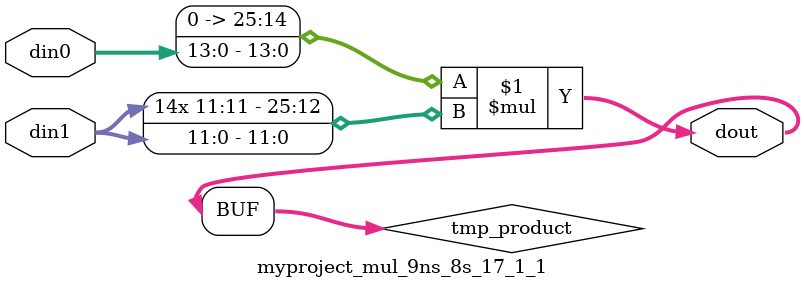
<source format=v>

`timescale 1 ns / 1 ps

 module myproject_mul_9ns_8s_17_1_1(din0, din1, dout);
parameter ID = 1;
parameter NUM_STAGE = 0;
parameter din0_WIDTH = 14;
parameter din1_WIDTH = 12;
parameter dout_WIDTH = 26;

input [din0_WIDTH - 1 : 0] din0; 
input [din1_WIDTH - 1 : 0] din1; 
output [dout_WIDTH - 1 : 0] dout;

wire signed [dout_WIDTH - 1 : 0] tmp_product;

























assign tmp_product = $signed({1'b0, din0}) * $signed(din1);










assign dout = tmp_product;





















endmodule

</source>
